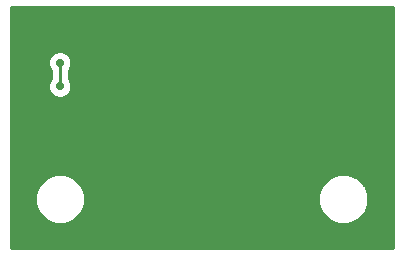
<source format=gbl>
G04 #@! TF.FileFunction,Copper,L2,Bot,Signal*
%FSLAX46Y46*%
G04 Gerber Fmt 4.6, Leading zero omitted, Abs format (unit mm)*
G04 Created by KiCad (PCBNEW 4.0.6-e0-6349~53~ubuntu16.04.1) date Sat Jul 29 16:24:50 2017*
%MOMM*%
%LPD*%
G01*
G04 APERTURE LIST*
%ADD10C,0.150000*%
%ADD11C,0.600000*%
%ADD12C,0.700000*%
%ADD13C,0.250000*%
%ADD14C,0.254000*%
G04 APERTURE END LIST*
D10*
D11*
X137300000Y-102500000D03*
X137300000Y-101500000D03*
X137300000Y-100500000D03*
X137300000Y-99500000D03*
X137300000Y-98500000D03*
X137300000Y-103500000D03*
X137300000Y-104500000D03*
X155500000Y-112500000D03*
X156500000Y-112500000D03*
X157500000Y-111500000D03*
X156500000Y-111500000D03*
X155500000Y-111500000D03*
X157500000Y-110500000D03*
X156500000Y-110500000D03*
X155500000Y-110500000D03*
X161500000Y-107500000D03*
X160500000Y-107500000D03*
X159500000Y-107500000D03*
X158500000Y-107500000D03*
X161500000Y-106500000D03*
X160500000Y-106500000D03*
X159500000Y-106500000D03*
X158500000Y-106500000D03*
X158500000Y-108500000D03*
X159500000Y-108500000D03*
X160500000Y-108500000D03*
X161500000Y-108500000D03*
X158500000Y-109500000D03*
X159500000Y-109500000D03*
X160500000Y-109500000D03*
X161500000Y-109500000D03*
X158500000Y-110500000D03*
X159500000Y-110500000D03*
X160500000Y-110500000D03*
X161500000Y-110500000D03*
X158500000Y-111500000D03*
X159500000Y-111500000D03*
X160500000Y-111500000D03*
X161500000Y-111500000D03*
X152800000Y-104200000D03*
X153800000Y-104200000D03*
X152600000Y-102600000D03*
X151600000Y-102600000D03*
X152400000Y-101400000D03*
X151400000Y-101400000D03*
X150000000Y-100000000D03*
X151000000Y-100000000D03*
X147600000Y-97200000D03*
X149600000Y-98600000D03*
X148600000Y-98600000D03*
X160900000Y-104500000D03*
X159900000Y-104500000D03*
X161900000Y-104500000D03*
X162900000Y-104500000D03*
X161900000Y-105500000D03*
X162900000Y-105500000D03*
X147200000Y-107800000D03*
X148200000Y-106300000D03*
X147200000Y-106300000D03*
X146200000Y-106300000D03*
X145200000Y-106300000D03*
X144300000Y-105900000D03*
X143200000Y-104900000D03*
X144200000Y-104900000D03*
X145200000Y-104900000D03*
X146200000Y-104900000D03*
X147200000Y-104900000D03*
X148200000Y-104900000D03*
X148200000Y-103500000D03*
X147200000Y-103500000D03*
X146200000Y-103500000D03*
X145200000Y-103500000D03*
X144200000Y-103500000D03*
X143200000Y-103500000D03*
X142200000Y-103500000D03*
X161500000Y-112500000D03*
X160500000Y-112500000D03*
X159500000Y-112500000D03*
X158500000Y-112500000D03*
X157500000Y-112500000D03*
X167900000Y-112500000D03*
X166900000Y-112500000D03*
X165900000Y-112500000D03*
X167900000Y-111500000D03*
X166900000Y-111500000D03*
X167900000Y-110500000D03*
X166900000Y-110500000D03*
X167900000Y-109500000D03*
X166900000Y-109500000D03*
X167900000Y-108500000D03*
X166900000Y-108500000D03*
X167900000Y-107500000D03*
X166900000Y-107500000D03*
X165900000Y-107500000D03*
X167900000Y-106500000D03*
X166900000Y-106500000D03*
X165900000Y-106500000D03*
X167900000Y-105500000D03*
X166900000Y-105500000D03*
X165900000Y-105500000D03*
X164900000Y-105500000D03*
X163900000Y-105500000D03*
X167900000Y-104500000D03*
X166900000Y-104500000D03*
X165900000Y-104500000D03*
X164900000Y-104500000D03*
X163900000Y-104500000D03*
X167900000Y-103500000D03*
X166900000Y-103500000D03*
X165900000Y-103500000D03*
X164900000Y-103500000D03*
X163900000Y-103500000D03*
X167900000Y-102500000D03*
X166900000Y-102500000D03*
X165900000Y-102500000D03*
X164900000Y-102500000D03*
X163900000Y-102500000D03*
X167900000Y-101500000D03*
X166900000Y-101500000D03*
X165900000Y-101500000D03*
X164900000Y-101500000D03*
X163900000Y-101500000D03*
X167900000Y-100500000D03*
X166900000Y-100500000D03*
X165900000Y-100500000D03*
X164900000Y-100500000D03*
X163900000Y-100500000D03*
X167900000Y-99500000D03*
X166900000Y-99500000D03*
X165900000Y-99500000D03*
X164900000Y-99500000D03*
X163900000Y-99500000D03*
X167900000Y-98500000D03*
X166900000Y-98500000D03*
X165900000Y-98500000D03*
X164900000Y-98500000D03*
X163900000Y-98500000D03*
X167900000Y-97500000D03*
X166900000Y-97500000D03*
X165900000Y-97500000D03*
X164900000Y-97500000D03*
X163900000Y-97500000D03*
X167900000Y-96500000D03*
X166900000Y-96500000D03*
X165900000Y-96500000D03*
X164900000Y-96500000D03*
X163900000Y-96500000D03*
X167900000Y-95500000D03*
X166900000Y-95500000D03*
X165900000Y-95500000D03*
X164900000Y-95500000D03*
X163900000Y-95500000D03*
X167900000Y-94500000D03*
X166900000Y-94500000D03*
X165900000Y-94500000D03*
X164900000Y-94500000D03*
X163900000Y-94500000D03*
X154900000Y-100700000D03*
X155900000Y-100700000D03*
X156900000Y-100700000D03*
X156900000Y-99200000D03*
X155900000Y-99200000D03*
X154900000Y-99200000D03*
X153900000Y-99200000D03*
X151900000Y-97700000D03*
X152900000Y-97700000D03*
X153900000Y-97700000D03*
X154900000Y-97700000D03*
X155900000Y-97700000D03*
X156900000Y-97700000D03*
X156900000Y-96100000D03*
X155900000Y-96100000D03*
X154900000Y-96100000D03*
X153900000Y-96100000D03*
X152900000Y-96100000D03*
X151900000Y-96100000D03*
X150900000Y-96100000D03*
X150900000Y-94600000D03*
X151900000Y-94600000D03*
X152900000Y-94600000D03*
X153900000Y-94600000D03*
X154900000Y-94600000D03*
X155900000Y-94600000D03*
X156900000Y-94600000D03*
X149900000Y-94600000D03*
X167900000Y-93300000D03*
X166900000Y-93300000D03*
X165900000Y-93300000D03*
X164900000Y-93300000D03*
X163900000Y-93300000D03*
X162900000Y-93300000D03*
X161900000Y-93300000D03*
X160900000Y-93300000D03*
X159900000Y-93300000D03*
X158900000Y-93300000D03*
X157900000Y-93300000D03*
X156900000Y-93300000D03*
X155900000Y-93300000D03*
X154900000Y-93300000D03*
X153900000Y-93300000D03*
X152900000Y-93300000D03*
X151900000Y-93300000D03*
X150900000Y-93300000D03*
X149900000Y-93300000D03*
X148900000Y-93300000D03*
X147900000Y-93300000D03*
X146900000Y-93300000D03*
X145900000Y-93300000D03*
X145600000Y-112600000D03*
X142600000Y-110500000D03*
X143600000Y-110500000D03*
X144600000Y-112600000D03*
X143600000Y-112600000D03*
X142600000Y-112600000D03*
X144600000Y-111600000D03*
X143600000Y-111600000D03*
X142600000Y-111600000D03*
X137400000Y-112500000D03*
X137400000Y-111500000D03*
X137400000Y-110500000D03*
X137400000Y-109500000D03*
X137400000Y-108500000D03*
X137400000Y-107500000D03*
X137400000Y-106500000D03*
X137400000Y-105500000D03*
X136300000Y-112500000D03*
X136300000Y-111500000D03*
X136300000Y-110500000D03*
X136300000Y-109500000D03*
X136300000Y-108500000D03*
X136300000Y-107500000D03*
X136300000Y-106500000D03*
X136300000Y-105500000D03*
X136300000Y-104500000D03*
X136300000Y-103500000D03*
X136300000Y-98500000D03*
X136300000Y-99500000D03*
X136300000Y-100500000D03*
X136300000Y-101500000D03*
X136300000Y-102500000D03*
X143600000Y-93300000D03*
X138300000Y-97300000D03*
X137300000Y-97300000D03*
X136300000Y-97300000D03*
X141300000Y-93300000D03*
X144900000Y-93300000D03*
X138300000Y-96300000D03*
X137300000Y-96300000D03*
X136300000Y-96300000D03*
X142400000Y-93300000D03*
X139300000Y-95300000D03*
X138300000Y-95300000D03*
X137300000Y-95300000D03*
X136300000Y-95300000D03*
X140300000Y-94300000D03*
X139300000Y-94300000D03*
X138300000Y-94300000D03*
X137300000Y-94300000D03*
X136300000Y-94300000D03*
X140300000Y-93300000D03*
X139300000Y-93300000D03*
X138300000Y-93300000D03*
X137300000Y-93300000D03*
X136300000Y-93300000D03*
D12*
X149500000Y-109300000D03*
X154200000Y-109000000D03*
X154300000Y-110000000D03*
X153000000Y-111100000D03*
X140000000Y-97250000D03*
X140000000Y-99250000D03*
D13*
X140000000Y-99250000D02*
X140000000Y-97250000D01*
D14*
G36*
X168173000Y-112973000D02*
X135877000Y-112973000D01*
X135877000Y-109221230D01*
X137872632Y-109221230D01*
X138195766Y-110003274D01*
X138793578Y-110602131D01*
X139575057Y-110926630D01*
X140421230Y-110927368D01*
X141203274Y-110604234D01*
X141802131Y-110006422D01*
X142126630Y-109224943D01*
X142126633Y-109221230D01*
X161872632Y-109221230D01*
X162195766Y-110003274D01*
X162793578Y-110602131D01*
X163575057Y-110926630D01*
X164421230Y-110927368D01*
X165203274Y-110604234D01*
X165802131Y-110006422D01*
X166126630Y-109224943D01*
X166127368Y-108378770D01*
X165804234Y-107596726D01*
X165206422Y-106997869D01*
X164424943Y-106673370D01*
X163578770Y-106672632D01*
X162796726Y-106995766D01*
X162197869Y-107593578D01*
X161873370Y-108375057D01*
X161872632Y-109221230D01*
X142126633Y-109221230D01*
X142127368Y-108378770D01*
X141804234Y-107596726D01*
X141206422Y-106997869D01*
X140424943Y-106673370D01*
X139578770Y-106672632D01*
X138796726Y-106995766D01*
X138197869Y-107593578D01*
X137873370Y-108375057D01*
X137872632Y-109221230D01*
X135877000Y-109221230D01*
X135877000Y-97443485D01*
X139022830Y-97443485D01*
X139171256Y-97802703D01*
X139248000Y-97879581D01*
X139248000Y-98620205D01*
X139172222Y-98695851D01*
X139023170Y-99054810D01*
X139022830Y-99443485D01*
X139171256Y-99802703D01*
X139445851Y-100077778D01*
X139804810Y-100226830D01*
X140193485Y-100227170D01*
X140552703Y-100078744D01*
X140827778Y-99804149D01*
X140976830Y-99445190D01*
X140977170Y-99056515D01*
X140828744Y-98697297D01*
X140752000Y-98620419D01*
X140752000Y-97879795D01*
X140827778Y-97804149D01*
X140976830Y-97445190D01*
X140977170Y-97056515D01*
X140828744Y-96697297D01*
X140554149Y-96422222D01*
X140195190Y-96273170D01*
X139806515Y-96272830D01*
X139447297Y-96421256D01*
X139172222Y-96695851D01*
X139023170Y-97054810D01*
X139022830Y-97443485D01*
X135877000Y-97443485D01*
X135877000Y-92577000D01*
X168173000Y-92577000D01*
X168173000Y-112973000D01*
X168173000Y-112973000D01*
G37*
X168173000Y-112973000D02*
X135877000Y-112973000D01*
X135877000Y-109221230D01*
X137872632Y-109221230D01*
X138195766Y-110003274D01*
X138793578Y-110602131D01*
X139575057Y-110926630D01*
X140421230Y-110927368D01*
X141203274Y-110604234D01*
X141802131Y-110006422D01*
X142126630Y-109224943D01*
X142126633Y-109221230D01*
X161872632Y-109221230D01*
X162195766Y-110003274D01*
X162793578Y-110602131D01*
X163575057Y-110926630D01*
X164421230Y-110927368D01*
X165203274Y-110604234D01*
X165802131Y-110006422D01*
X166126630Y-109224943D01*
X166127368Y-108378770D01*
X165804234Y-107596726D01*
X165206422Y-106997869D01*
X164424943Y-106673370D01*
X163578770Y-106672632D01*
X162796726Y-106995766D01*
X162197869Y-107593578D01*
X161873370Y-108375057D01*
X161872632Y-109221230D01*
X142126633Y-109221230D01*
X142127368Y-108378770D01*
X141804234Y-107596726D01*
X141206422Y-106997869D01*
X140424943Y-106673370D01*
X139578770Y-106672632D01*
X138796726Y-106995766D01*
X138197869Y-107593578D01*
X137873370Y-108375057D01*
X137872632Y-109221230D01*
X135877000Y-109221230D01*
X135877000Y-97443485D01*
X139022830Y-97443485D01*
X139171256Y-97802703D01*
X139248000Y-97879581D01*
X139248000Y-98620205D01*
X139172222Y-98695851D01*
X139023170Y-99054810D01*
X139022830Y-99443485D01*
X139171256Y-99802703D01*
X139445851Y-100077778D01*
X139804810Y-100226830D01*
X140193485Y-100227170D01*
X140552703Y-100078744D01*
X140827778Y-99804149D01*
X140976830Y-99445190D01*
X140977170Y-99056515D01*
X140828744Y-98697297D01*
X140752000Y-98620419D01*
X140752000Y-97879795D01*
X140827778Y-97804149D01*
X140976830Y-97445190D01*
X140977170Y-97056515D01*
X140828744Y-96697297D01*
X140554149Y-96422222D01*
X140195190Y-96273170D01*
X139806515Y-96272830D01*
X139447297Y-96421256D01*
X139172222Y-96695851D01*
X139023170Y-97054810D01*
X139022830Y-97443485D01*
X135877000Y-97443485D01*
X135877000Y-92577000D01*
X168173000Y-92577000D01*
X168173000Y-112973000D01*
M02*

</source>
